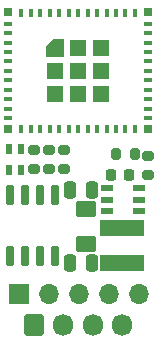
<source format=gbr>
%TF.GenerationSoftware,KiCad,Pcbnew,(6.0.2-0)*%
%TF.CreationDate,2022-02-23T18:19:18+00:00*%
%TF.ProjectId,Keypad2,4b657970-6164-4322-9e6b-696361645f70,5*%
%TF.SameCoordinates,Original*%
%TF.FileFunction,Soldermask,Top*%
%TF.FilePolarity,Negative*%
%FSLAX46Y46*%
G04 Gerber Fmt 4.6, Leading zero omitted, Abs format (unit mm)*
G04 Created by KiCad (PCBNEW (6.0.2-0)) date 2022-02-23 18:19:18*
%MOMM*%
%LPD*%
G01*
G04 APERTURE LIST*
G04 Aperture macros list*
%AMRoundRect*
0 Rectangle with rounded corners*
0 $1 Rounding radius*
0 $2 $3 $4 $5 $6 $7 $8 $9 X,Y pos of 4 corners*
0 Add a 4 corners polygon primitive as box body*
4,1,4,$2,$3,$4,$5,$6,$7,$8,$9,$2,$3,0*
0 Add four circle primitives for the rounded corners*
1,1,$1+$1,$2,$3*
1,1,$1+$1,$4,$5*
1,1,$1+$1,$6,$7*
1,1,$1+$1,$8,$9*
0 Add four rect primitives between the rounded corners*
20,1,$1+$1,$2,$3,$4,$5,0*
20,1,$1+$1,$4,$5,$6,$7,0*
20,1,$1+$1,$6,$7,$8,$9,0*
20,1,$1+$1,$8,$9,$2,$3,0*%
%AMOutline5P*
0 Free polygon, 5 corners , with rotation*
0 The origin of the aperture is its center*
0 number of corners: always 5*
0 $1 to $10 corner X, Y*
0 $11 Rotation angle, in degrees counterclockwise*
0 create outline with 5 corners*
4,1,5,$1,$2,$3,$4,$5,$6,$7,$8,$9,$10,$1,$2,$11*%
%AMOutline6P*
0 Free polygon, 6 corners , with rotation*
0 The origin of the aperture is its center*
0 number of corners: always 6*
0 $1 to $12 corner X, Y*
0 $13 Rotation angle, in degrees counterclockwise*
0 create outline with 6 corners*
4,1,6,$1,$2,$3,$4,$5,$6,$7,$8,$9,$10,$11,$12,$1,$2,$13*%
%AMOutline7P*
0 Free polygon, 7 corners , with rotation*
0 The origin of the aperture is its center*
0 number of corners: always 7*
0 $1 to $14 corner X, Y*
0 $15 Rotation angle, in degrees counterclockwise*
0 create outline with 7 corners*
4,1,7,$1,$2,$3,$4,$5,$6,$7,$8,$9,$10,$11,$12,$13,$14,$1,$2,$15*%
%AMOutline8P*
0 Free polygon, 8 corners , with rotation*
0 The origin of the aperture is its center*
0 number of corners: always 8*
0 $1 to $16 corner X, Y*
0 $17 Rotation angle, in degrees counterclockwise*
0 create outline with 8 corners*
4,1,8,$1,$2,$3,$4,$5,$6,$7,$8,$9,$10,$11,$12,$13,$14,$15,$16,$1,$2,$17*%
G04 Aperture macros list end*
%ADD10RoundRect,0.150000X-0.150000X0.725000X-0.150000X-0.725000X0.150000X-0.725000X0.150000X0.725000X0*%
%ADD11RoundRect,0.200000X0.275000X-0.200000X0.275000X0.200000X-0.275000X0.200000X-0.275000X-0.200000X0*%
%ADD12R,0.800000X0.400000*%
%ADD13R,0.400000X0.800000*%
%ADD14Outline5P,-0.725000X0.130500X-0.130500X0.725000X0.725000X0.725000X0.725000X-0.725000X-0.725000X-0.725000X0.000000*%
%ADD15R,1.450000X1.450000*%
%ADD16R,0.700000X0.700000*%
%ADD17RoundRect,0.250000X-0.600000X-0.675000X0.600000X-0.675000X0.600000X0.675000X-0.600000X0.675000X0*%
%ADD18O,1.700000X1.850000*%
%ADD19RoundRect,0.200000X-0.200000X-0.275000X0.200000X-0.275000X0.200000X0.275000X-0.200000X0.275000X0*%
%ADD20R,0.500000X0.850000*%
%ADD21R,1.100000X0.600000*%
%ADD22RoundRect,0.225000X-0.225000X-0.250000X0.225000X-0.250000X0.225000X0.250000X-0.225000X0.250000X0*%
%ADD23RoundRect,0.249375X-0.625625X0.463125X-0.625625X-0.463125X0.625625X-0.463125X0.625625X0.463125X0*%
%ADD24R,3.700000X1.425000*%
%ADD25RoundRect,0.250000X0.250000X0.475000X-0.250000X0.475000X-0.250000X-0.475000X0.250000X-0.475000X0*%
%ADD26RoundRect,0.200000X-0.275000X0.200000X-0.275000X-0.200000X0.275000X-0.200000X0.275000X0.200000X0*%
%ADD27R,1.700000X1.700000*%
%ADD28O,1.700000X1.700000*%
G04 APERTURE END LIST*
D10*
%TO.C,U1*%
X165605000Y-110125000D03*
X164335000Y-110125000D03*
X163065000Y-110125000D03*
X161795000Y-110125000D03*
X161795000Y-115275000D03*
X163065000Y-115275000D03*
X164335000Y-115275000D03*
X165605000Y-115275000D03*
%TD*%
D11*
%TO.C,R3*%
X166400000Y-107925000D03*
X166400000Y-106275000D03*
%TD*%
D12*
%TO.C,U2*%
X161700000Y-95600000D03*
X161700000Y-96400000D03*
X161700000Y-97200000D03*
X161700000Y-98000000D03*
X161700000Y-98800000D03*
X161700000Y-99600000D03*
X161700000Y-100400000D03*
X161700000Y-101200000D03*
X161700000Y-102000000D03*
X161700000Y-102800000D03*
X161700000Y-103600000D03*
D13*
X162800000Y-104500000D03*
X163600000Y-104500000D03*
X164400000Y-104500000D03*
X165200000Y-104500000D03*
X166000000Y-104500000D03*
X166800000Y-104500000D03*
X167600000Y-104500000D03*
X168400000Y-104500000D03*
X169200000Y-104500000D03*
X170000000Y-104500000D03*
X170800000Y-104500000D03*
X171600000Y-104500000D03*
X172400000Y-104500000D03*
D12*
X173500000Y-103600000D03*
X173500000Y-102800000D03*
X173500000Y-102000000D03*
X173500000Y-101200000D03*
X173500000Y-100400000D03*
X173500000Y-99600000D03*
X173500000Y-98800000D03*
X173500000Y-98000000D03*
X173500000Y-97200000D03*
X173500000Y-96400000D03*
X173500000Y-95600000D03*
D13*
X172400000Y-94700000D03*
X171600000Y-94700000D03*
X170800000Y-94700000D03*
X170000000Y-94700000D03*
X169200000Y-94700000D03*
X168400000Y-94700000D03*
X167600000Y-94700000D03*
X166800000Y-94700000D03*
X166000000Y-94700000D03*
X165200000Y-94700000D03*
X164400000Y-94700000D03*
X163600000Y-94700000D03*
X162800000Y-94700000D03*
D14*
X165625000Y-97625000D03*
D15*
X167600000Y-101575000D03*
X169575000Y-101575000D03*
X165625000Y-99600000D03*
X169575000Y-97625000D03*
X165625000Y-101575000D03*
X167600000Y-97625000D03*
X167600000Y-99600000D03*
X169575000Y-99600000D03*
D16*
X173550000Y-94650000D03*
X173550000Y-104550000D03*
X161650000Y-104550000D03*
X161650000Y-94650000D03*
%TD*%
D17*
%TO.C,J1*%
X163850000Y-121100000D03*
D18*
X166350000Y-121100000D03*
X168850000Y-121100000D03*
X171350000Y-121100000D03*
%TD*%
D19*
%TO.C,R4*%
X170775000Y-106600000D03*
X172425000Y-106600000D03*
%TD*%
D20*
%TO.C,D1*%
X162750000Y-106225000D03*
X162750000Y-107975000D03*
X161750000Y-107975000D03*
X161750000Y-106225000D03*
%TD*%
D21*
%TO.C,U3*%
X170050000Y-111450000D03*
D22*
X170375000Y-108400000D03*
D23*
X168230000Y-111297500D03*
D22*
X171925000Y-108400000D03*
D24*
X171350000Y-112900000D03*
D21*
X172750000Y-111450000D03*
X170050000Y-109550000D03*
X170050000Y-110500000D03*
D25*
X168800000Y-109650000D03*
D23*
X168230000Y-114262500D03*
D25*
X166900000Y-109650000D03*
X166900000Y-115900000D03*
D21*
X172750000Y-110500000D03*
D25*
X168800000Y-115900000D03*
D24*
X171350000Y-115900000D03*
D21*
X172750000Y-109550000D03*
%TD*%
D26*
%TO.C,R5*%
X173500000Y-106775000D03*
X173500000Y-108425000D03*
%TD*%
D11*
%TO.C,R2*%
X165150000Y-107925000D03*
X165150000Y-106275000D03*
%TD*%
%TO.C,R1*%
X163900000Y-107925000D03*
X163900000Y-106275000D03*
%TD*%
D27*
%TO.C,J2*%
X162600000Y-118500000D03*
D28*
X165140000Y-118500000D03*
X167680000Y-118500000D03*
X170220000Y-118500000D03*
X172760000Y-118500000D03*
%TD*%
M02*

</source>
